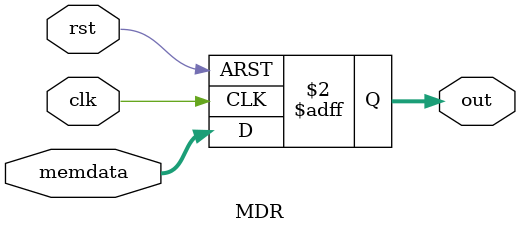
<source format=v>
module MDR(               //memory data register
	input clk,
	input rst,
	input [31:0] memdata,
	output reg[31:0] out
);
always@(posedge clk or posedge rst)
begin
if(rst)
	out<=31'bx;
else
	out<=memdata;
end
endmodule
</source>
